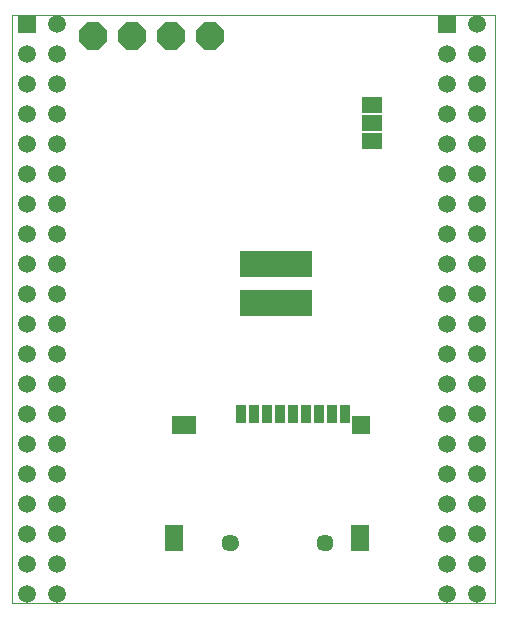
<source format=gbs>
G75*
%MOIN*%
%OFA0B0*%
%FSLAX25Y25*%
%IPPOS*%
%LPD*%
%AMOC8*
5,1,8,0,0,1.08239X$1,22.5*
%
%ADD10C,0.00000*%
%ADD11C,0.05950*%
%ADD12R,0.05950X0.05950*%
%ADD13R,0.03556X0.06312*%
%ADD14R,0.06312X0.08674*%
%ADD15R,0.05839X0.06312*%
%ADD16R,0.08477X0.06312*%
%ADD17C,0.05721*%
%ADD18OC8,0.09300*%
%ADD19R,0.07100X0.05400*%
%ADD20R,0.24422X0.08674*%
D10*
X0001171Y0003194D02*
X0001171Y0199194D01*
X0162171Y0199194D01*
X0162171Y0003194D01*
X0001171Y0003194D01*
X0071506Y0023398D02*
X0071508Y0023497D01*
X0071514Y0023596D01*
X0071524Y0023695D01*
X0071538Y0023793D01*
X0071556Y0023890D01*
X0071578Y0023987D01*
X0071603Y0024083D01*
X0071633Y0024177D01*
X0071666Y0024271D01*
X0071703Y0024363D01*
X0071744Y0024453D01*
X0071788Y0024542D01*
X0071836Y0024628D01*
X0071887Y0024713D01*
X0071942Y0024796D01*
X0072000Y0024876D01*
X0072061Y0024954D01*
X0072125Y0025030D01*
X0072192Y0025103D01*
X0072262Y0025173D01*
X0072335Y0025240D01*
X0072411Y0025304D01*
X0072489Y0025365D01*
X0072569Y0025423D01*
X0072652Y0025478D01*
X0072736Y0025529D01*
X0072823Y0025577D01*
X0072912Y0025621D01*
X0073002Y0025662D01*
X0073094Y0025699D01*
X0073188Y0025732D01*
X0073282Y0025762D01*
X0073378Y0025787D01*
X0073475Y0025809D01*
X0073572Y0025827D01*
X0073670Y0025841D01*
X0073769Y0025851D01*
X0073868Y0025857D01*
X0073967Y0025859D01*
X0074066Y0025857D01*
X0074165Y0025851D01*
X0074264Y0025841D01*
X0074362Y0025827D01*
X0074459Y0025809D01*
X0074556Y0025787D01*
X0074652Y0025762D01*
X0074746Y0025732D01*
X0074840Y0025699D01*
X0074932Y0025662D01*
X0075022Y0025621D01*
X0075111Y0025577D01*
X0075197Y0025529D01*
X0075282Y0025478D01*
X0075365Y0025423D01*
X0075445Y0025365D01*
X0075523Y0025304D01*
X0075599Y0025240D01*
X0075672Y0025173D01*
X0075742Y0025103D01*
X0075809Y0025030D01*
X0075873Y0024954D01*
X0075934Y0024876D01*
X0075992Y0024796D01*
X0076047Y0024713D01*
X0076098Y0024629D01*
X0076146Y0024542D01*
X0076190Y0024453D01*
X0076231Y0024363D01*
X0076268Y0024271D01*
X0076301Y0024177D01*
X0076331Y0024083D01*
X0076356Y0023987D01*
X0076378Y0023890D01*
X0076396Y0023793D01*
X0076410Y0023695D01*
X0076420Y0023596D01*
X0076426Y0023497D01*
X0076428Y0023398D01*
X0076426Y0023299D01*
X0076420Y0023200D01*
X0076410Y0023101D01*
X0076396Y0023003D01*
X0076378Y0022906D01*
X0076356Y0022809D01*
X0076331Y0022713D01*
X0076301Y0022619D01*
X0076268Y0022525D01*
X0076231Y0022433D01*
X0076190Y0022343D01*
X0076146Y0022254D01*
X0076098Y0022168D01*
X0076047Y0022083D01*
X0075992Y0022000D01*
X0075934Y0021920D01*
X0075873Y0021842D01*
X0075809Y0021766D01*
X0075742Y0021693D01*
X0075672Y0021623D01*
X0075599Y0021556D01*
X0075523Y0021492D01*
X0075445Y0021431D01*
X0075365Y0021373D01*
X0075282Y0021318D01*
X0075198Y0021267D01*
X0075111Y0021219D01*
X0075022Y0021175D01*
X0074932Y0021134D01*
X0074840Y0021097D01*
X0074746Y0021064D01*
X0074652Y0021034D01*
X0074556Y0021009D01*
X0074459Y0020987D01*
X0074362Y0020969D01*
X0074264Y0020955D01*
X0074165Y0020945D01*
X0074066Y0020939D01*
X0073967Y0020937D01*
X0073868Y0020939D01*
X0073769Y0020945D01*
X0073670Y0020955D01*
X0073572Y0020969D01*
X0073475Y0020987D01*
X0073378Y0021009D01*
X0073282Y0021034D01*
X0073188Y0021064D01*
X0073094Y0021097D01*
X0073002Y0021134D01*
X0072912Y0021175D01*
X0072823Y0021219D01*
X0072737Y0021267D01*
X0072652Y0021318D01*
X0072569Y0021373D01*
X0072489Y0021431D01*
X0072411Y0021492D01*
X0072335Y0021556D01*
X0072262Y0021623D01*
X0072192Y0021693D01*
X0072125Y0021766D01*
X0072061Y0021842D01*
X0072000Y0021920D01*
X0071942Y0022000D01*
X0071887Y0022083D01*
X0071836Y0022167D01*
X0071788Y0022254D01*
X0071744Y0022343D01*
X0071703Y0022433D01*
X0071666Y0022525D01*
X0071633Y0022619D01*
X0071603Y0022713D01*
X0071578Y0022809D01*
X0071556Y0022906D01*
X0071538Y0023003D01*
X0071524Y0023101D01*
X0071514Y0023200D01*
X0071508Y0023299D01*
X0071506Y0023398D01*
X0103002Y0023398D02*
X0103004Y0023497D01*
X0103010Y0023596D01*
X0103020Y0023695D01*
X0103034Y0023793D01*
X0103052Y0023890D01*
X0103074Y0023987D01*
X0103099Y0024083D01*
X0103129Y0024177D01*
X0103162Y0024271D01*
X0103199Y0024363D01*
X0103240Y0024453D01*
X0103284Y0024542D01*
X0103332Y0024628D01*
X0103383Y0024713D01*
X0103438Y0024796D01*
X0103496Y0024876D01*
X0103557Y0024954D01*
X0103621Y0025030D01*
X0103688Y0025103D01*
X0103758Y0025173D01*
X0103831Y0025240D01*
X0103907Y0025304D01*
X0103985Y0025365D01*
X0104065Y0025423D01*
X0104148Y0025478D01*
X0104232Y0025529D01*
X0104319Y0025577D01*
X0104408Y0025621D01*
X0104498Y0025662D01*
X0104590Y0025699D01*
X0104684Y0025732D01*
X0104778Y0025762D01*
X0104874Y0025787D01*
X0104971Y0025809D01*
X0105068Y0025827D01*
X0105166Y0025841D01*
X0105265Y0025851D01*
X0105364Y0025857D01*
X0105463Y0025859D01*
X0105562Y0025857D01*
X0105661Y0025851D01*
X0105760Y0025841D01*
X0105858Y0025827D01*
X0105955Y0025809D01*
X0106052Y0025787D01*
X0106148Y0025762D01*
X0106242Y0025732D01*
X0106336Y0025699D01*
X0106428Y0025662D01*
X0106518Y0025621D01*
X0106607Y0025577D01*
X0106693Y0025529D01*
X0106778Y0025478D01*
X0106861Y0025423D01*
X0106941Y0025365D01*
X0107019Y0025304D01*
X0107095Y0025240D01*
X0107168Y0025173D01*
X0107238Y0025103D01*
X0107305Y0025030D01*
X0107369Y0024954D01*
X0107430Y0024876D01*
X0107488Y0024796D01*
X0107543Y0024713D01*
X0107594Y0024629D01*
X0107642Y0024542D01*
X0107686Y0024453D01*
X0107727Y0024363D01*
X0107764Y0024271D01*
X0107797Y0024177D01*
X0107827Y0024083D01*
X0107852Y0023987D01*
X0107874Y0023890D01*
X0107892Y0023793D01*
X0107906Y0023695D01*
X0107916Y0023596D01*
X0107922Y0023497D01*
X0107924Y0023398D01*
X0107922Y0023299D01*
X0107916Y0023200D01*
X0107906Y0023101D01*
X0107892Y0023003D01*
X0107874Y0022906D01*
X0107852Y0022809D01*
X0107827Y0022713D01*
X0107797Y0022619D01*
X0107764Y0022525D01*
X0107727Y0022433D01*
X0107686Y0022343D01*
X0107642Y0022254D01*
X0107594Y0022168D01*
X0107543Y0022083D01*
X0107488Y0022000D01*
X0107430Y0021920D01*
X0107369Y0021842D01*
X0107305Y0021766D01*
X0107238Y0021693D01*
X0107168Y0021623D01*
X0107095Y0021556D01*
X0107019Y0021492D01*
X0106941Y0021431D01*
X0106861Y0021373D01*
X0106778Y0021318D01*
X0106694Y0021267D01*
X0106607Y0021219D01*
X0106518Y0021175D01*
X0106428Y0021134D01*
X0106336Y0021097D01*
X0106242Y0021064D01*
X0106148Y0021034D01*
X0106052Y0021009D01*
X0105955Y0020987D01*
X0105858Y0020969D01*
X0105760Y0020955D01*
X0105661Y0020945D01*
X0105562Y0020939D01*
X0105463Y0020937D01*
X0105364Y0020939D01*
X0105265Y0020945D01*
X0105166Y0020955D01*
X0105068Y0020969D01*
X0104971Y0020987D01*
X0104874Y0021009D01*
X0104778Y0021034D01*
X0104684Y0021064D01*
X0104590Y0021097D01*
X0104498Y0021134D01*
X0104408Y0021175D01*
X0104319Y0021219D01*
X0104233Y0021267D01*
X0104148Y0021318D01*
X0104065Y0021373D01*
X0103985Y0021431D01*
X0103907Y0021492D01*
X0103831Y0021556D01*
X0103758Y0021623D01*
X0103688Y0021693D01*
X0103621Y0021766D01*
X0103557Y0021842D01*
X0103496Y0021920D01*
X0103438Y0022000D01*
X0103383Y0022083D01*
X0103332Y0022167D01*
X0103284Y0022254D01*
X0103240Y0022343D01*
X0103199Y0022433D01*
X0103162Y0022525D01*
X0103129Y0022619D01*
X0103099Y0022713D01*
X0103074Y0022809D01*
X0103052Y0022906D01*
X0103034Y0023003D01*
X0103020Y0023101D01*
X0103010Y0023200D01*
X0103004Y0023299D01*
X0103002Y0023398D01*
D11*
X0146171Y0026430D03*
X0146171Y0036430D03*
X0146171Y0046430D03*
X0146171Y0056430D03*
X0146171Y0066430D03*
X0146171Y0076430D03*
X0146171Y0086430D03*
X0146171Y0096430D03*
X0146171Y0106430D03*
X0146171Y0116430D03*
X0146171Y0126430D03*
X0146171Y0136430D03*
X0146171Y0146430D03*
X0146171Y0156430D03*
X0146171Y0166430D03*
X0146171Y0176430D03*
X0146171Y0186430D03*
X0156171Y0186430D03*
X0156171Y0196430D03*
X0156171Y0176430D03*
X0156171Y0166430D03*
X0156171Y0156430D03*
X0156171Y0146430D03*
X0156171Y0136430D03*
X0156171Y0126430D03*
X0156171Y0116430D03*
X0156171Y0106430D03*
X0156171Y0096430D03*
X0156171Y0086430D03*
X0156171Y0076430D03*
X0156171Y0066430D03*
X0156171Y0056430D03*
X0156171Y0046430D03*
X0156171Y0036430D03*
X0156171Y0026430D03*
X0156171Y0016430D03*
X0156171Y0006430D03*
X0146171Y0006430D03*
X0146171Y0016430D03*
X0016171Y0016430D03*
X0016171Y0026430D03*
X0016171Y0036430D03*
X0016171Y0046430D03*
X0016171Y0056430D03*
X0016171Y0066430D03*
X0016171Y0076430D03*
X0016171Y0086430D03*
X0016171Y0096430D03*
X0016171Y0106430D03*
X0016171Y0116430D03*
X0016171Y0126430D03*
X0016171Y0136430D03*
X0016171Y0146430D03*
X0016171Y0156430D03*
X0016171Y0166430D03*
X0016171Y0176430D03*
X0016171Y0186430D03*
X0016171Y0196430D03*
X0006171Y0186430D03*
X0006171Y0176430D03*
X0006171Y0166430D03*
X0006171Y0156430D03*
X0006171Y0146430D03*
X0006171Y0136430D03*
X0006171Y0126430D03*
X0006171Y0116430D03*
X0006171Y0106430D03*
X0006171Y0096430D03*
X0006171Y0086430D03*
X0006171Y0076430D03*
X0006171Y0066430D03*
X0006171Y0056430D03*
X0006171Y0046430D03*
X0006171Y0036430D03*
X0006171Y0026430D03*
X0006171Y0016430D03*
X0006171Y0006430D03*
X0016171Y0006430D03*
D12*
X0006171Y0196430D03*
X0146171Y0196430D03*
D13*
X0112156Y0066194D03*
X0107825Y0066194D03*
X0103494Y0066194D03*
X0099163Y0066194D03*
X0094833Y0066194D03*
X0090502Y0066194D03*
X0086171Y0066194D03*
X0081841Y0066194D03*
X0077510Y0066194D03*
D14*
X0055069Y0024973D03*
X0117274Y0024973D03*
D15*
X0117510Y0062769D03*
D16*
X0058514Y0062769D03*
D17*
X0073967Y0023398D03*
X0105463Y0023398D03*
D18*
X0067171Y0192194D03*
X0054171Y0192194D03*
X0041171Y0192194D03*
X0028171Y0192194D03*
D19*
X0121171Y0169194D03*
X0121171Y0163194D03*
X0121171Y0157194D03*
D20*
X0089171Y0116280D03*
X0089171Y0103288D03*
M02*

</source>
